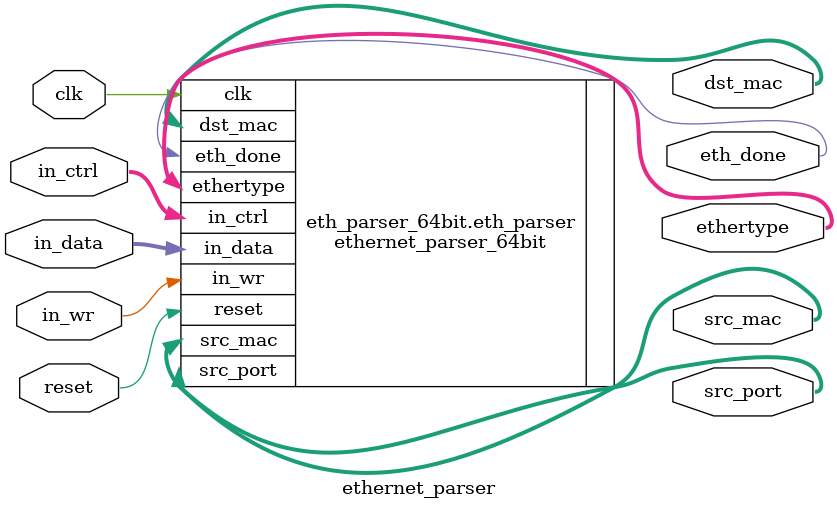
<source format=v>
`timescale 1ns/1ps
  module ethernet_parser
    #(parameter DATA_WIDTH = 64,
      parameter CTRL_WIDTH=DATA_WIDTH/8,
      parameter NUM_IQ_BITS = 3,
      parameter INPUT_ARBITER_STAGE_NUM = 2
      )
   (// --- Interface to the previous stage
    input  [DATA_WIDTH-1:0]            in_data,
    input  [CTRL_WIDTH-1:0]            in_ctrl,
    input                              in_wr,

    // --- Interface to output_port_lookup
    output [47:0]                      dst_mac,
    output [47:0]                      src_mac,
    output [15:0]                      ethertype,
    output                             eth_done,
    output [NUM_IQ_BITS-1:0]           src_port,

    // --- Misc

    input                              reset,
    input                              clk
   );

   generate
   genvar i;
   if(DATA_WIDTH==64) begin: eth_parser_64bit
      ethernet_parser_64bit
	#(
	  .NUM_IQ_BITS(NUM_IQ_BITS),
	  .INPUT_ARBITER_STAGE_NUM(INPUT_ARBITER_STAGE_NUM))
         eth_parser
	   (.in_data(in_data),
	    .in_ctrl(in_ctrl),
	    .in_wr(in_wr),
	    .dst_mac (dst_mac),
	    .src_mac(src_mac),
	    .ethertype (ethertype),
	    .eth_done (eth_done),
	    .src_port(src_port),
	    .reset(reset),
	    .clk(clk));
   end // block: eth_parser_64bit
   else if(DATA_WIDTH==32) begin: eth_parser_32bit
      ethernet_parser_32bit
	#(
	  .NUM_IQ_BITS(NUM_IQ_BITS),
	  .INPUT_ARBITER_STAGE_NUM(INPUT_ARBITER_STAGE_NUM))
         eth_parser
	   (.in_data(in_data),
	    .in_ctrl(in_ctrl),
	    .in_wr(in_wr),
	    .dst_mac (dst_mac),
	    .src_mac(src_mac),
	    .ethertype (ethertype),
	    .eth_done (eth_done),
	    .src_port(src_port),
	    .reset(reset),
	    .clk(clk));
   end // block: eth_parser_32bit
   endgenerate



endmodule // ethernet_parser_64bit

</source>
